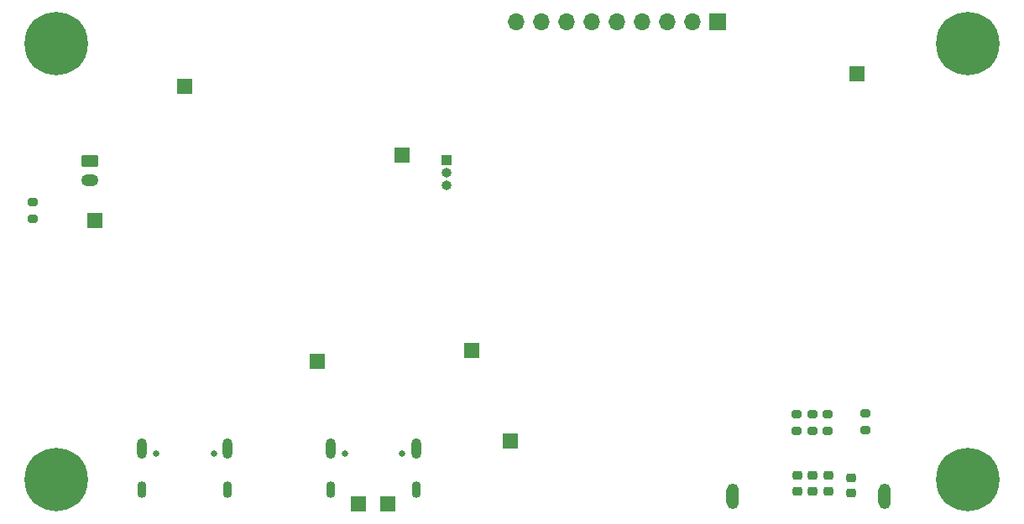
<source format=gbr>
%TF.GenerationSoftware,KiCad,Pcbnew,(6.0.2-0)*%
%TF.CreationDate,2022-03-26T21:56:16+01:00*%
%TF.ProjectId,RP2040GPSTracker,52503230-3430-4475-9053-547261636b65,rev?*%
%TF.SameCoordinates,PX4416780PY363af58*%
%TF.FileFunction,Soldermask,Bot*%
%TF.FilePolarity,Negative*%
%FSLAX46Y46*%
G04 Gerber Fmt 4.6, Leading zero omitted, Abs format (unit mm)*
G04 Created by KiCad (PCBNEW (6.0.2-0)) date 2022-03-26 21:56:16*
%MOMM*%
%LPD*%
G01*
G04 APERTURE LIST*
G04 Aperture macros list*
%AMRoundRect*
0 Rectangle with rounded corners*
0 $1 Rounding radius*
0 $2 $3 $4 $5 $6 $7 $8 $9 X,Y pos of 4 corners*
0 Add a 4 corners polygon primitive as box body*
4,1,4,$2,$3,$4,$5,$6,$7,$8,$9,$2,$3,0*
0 Add four circle primitives for the rounded corners*
1,1,$1+$1,$2,$3*
1,1,$1+$1,$4,$5*
1,1,$1+$1,$6,$7*
1,1,$1+$1,$8,$9*
0 Add four rect primitives between the rounded corners*
20,1,$1+$1,$2,$3,$4,$5,0*
20,1,$1+$1,$4,$5,$6,$7,0*
20,1,$1+$1,$6,$7,$8,$9,0*
20,1,$1+$1,$8,$9,$2,$3,0*%
G04 Aperture macros list end*
%ADD10C,0.650000*%
%ADD11O,0.900000X1.700000*%
%ADD12O,1.000000X2.100000*%
%ADD13C,6.400000*%
%ADD14RoundRect,0.250000X-0.625000X0.350000X-0.625000X-0.350000X0.625000X-0.350000X0.625000X0.350000X0*%
%ADD15O,1.750000X1.200000*%
%ADD16R,1.000000X1.000000*%
%ADD17O,1.000000X1.000000*%
%ADD18O,1.270000X2.565400*%
%ADD19R,1.700000X1.700000*%
%ADD20O,1.700000X1.700000*%
%ADD21RoundRect,0.225000X0.250000X-0.225000X0.250000X0.225000X-0.250000X0.225000X-0.250000X-0.225000X0*%
%ADD22R,1.500000X1.500000*%
%ADD23RoundRect,0.200000X-0.275000X0.200000X-0.275000X-0.200000X0.275000X-0.200000X0.275000X0.200000X0*%
%ADD24RoundRect,0.200000X0.275000X-0.200000X0.275000X0.200000X-0.275000X0.200000X-0.275000X-0.200000X0*%
G04 APERTURE END LIST*
D10*
%TO.C,J7*%
X32714800Y7464600D03*
X38494800Y7464600D03*
D11*
X31279800Y3814600D03*
D12*
X39929800Y7994600D03*
X31279800Y7994600D03*
D11*
X39929800Y3814600D03*
%TD*%
D13*
%TO.C,H4*%
X3604800Y4864600D03*
%TD*%
%TO.C,H3*%
X95604800Y4864600D03*
%TD*%
D14*
%TO.C,J9*%
X6995000Y37030000D03*
D15*
X6995000Y35030000D03*
%TD*%
D13*
%TO.C,H2*%
X95604800Y48864600D03*
%TD*%
D16*
%TO.C,J3*%
X42945000Y37130000D03*
D17*
X42945000Y35860000D03*
X42945000Y34590000D03*
%TD*%
D18*
%TO.C,J8*%
X87215000Y3159500D03*
X71865000Y3159500D03*
%TD*%
D13*
%TO.C,H1*%
X3604800Y48864600D03*
%TD*%
D10*
%TO.C,J6*%
X13714800Y7464600D03*
X19494800Y7464600D03*
D12*
X20929800Y7994600D03*
D11*
X12279800Y3814600D03*
X20929800Y3814600D03*
D12*
X12279800Y7994600D03*
%TD*%
D19*
%TO.C,J11*%
X70300000Y51105000D03*
D20*
X67760000Y51105000D03*
X65220000Y51105000D03*
X62680000Y51105000D03*
X60140000Y51105000D03*
X57600000Y51105000D03*
X55060000Y51105000D03*
X52520000Y51105000D03*
X49980000Y51105000D03*
%TD*%
D21*
%TO.C,C28*%
X81470000Y3680000D03*
X81470000Y5230000D03*
%TD*%
D22*
%TO.C,TP4*%
X29912500Y16770000D03*
%TD*%
%TO.C,TP3*%
X45555000Y17900000D03*
%TD*%
%TO.C,TP6*%
X38505000Y37620000D03*
%TD*%
D23*
%TO.C,R27*%
X85235000Y11490000D03*
X85235000Y9840000D03*
%TD*%
D24*
%TO.C,R25*%
X78335000Y9760000D03*
X78335000Y11410000D03*
%TD*%
D22*
%TO.C,TP9*%
X7490000Y30970000D03*
%TD*%
%TO.C,TP5*%
X84355000Y45835000D03*
%TD*%
%TO.C,TP8*%
X16560000Y44555000D03*
%TD*%
%TO.C,TP7*%
X49435000Y8765000D03*
%TD*%
D21*
%TO.C,C27*%
X83820000Y3460000D03*
X83820000Y5010000D03*
%TD*%
D24*
%TO.C,R26*%
X79865000Y9770000D03*
X79865000Y11420000D03*
%TD*%
D21*
%TO.C,C30*%
X79935000Y3680000D03*
X79935000Y5230000D03*
%TD*%
%TO.C,C29*%
X78390000Y3680000D03*
X78390000Y5230000D03*
%TD*%
D24*
%TO.C,R24*%
X81395000Y9770000D03*
X81395000Y11420000D03*
%TD*%
%TO.C,TH1*%
X1215000Y31200000D03*
X1215000Y32850000D03*
%TD*%
D22*
%TO.C,TP2*%
X37100000Y2365000D03*
%TD*%
%TO.C,TP1*%
X34070000Y2375000D03*
%TD*%
M02*

</source>
